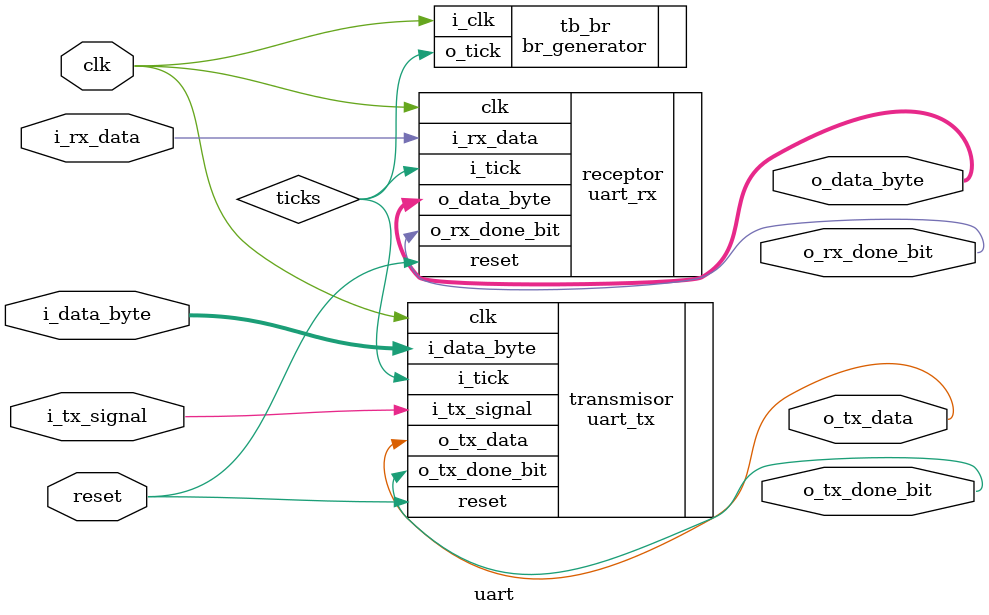
<source format=v>
module uart #(
    parameter   DATA_WIDTH  =   8,
                STOP_WIDTH  =   1
) 
(
    //INPUTS
    input       clk,
    input       reset,
    input       i_tx_signal,
    input       i_rx_data,
    input [DATA_WIDTH - 1:0]    i_data_byte,

    //OUTPUTS
    output [DATA_WIDTH - 1:0]   o_data_byte,
    output      o_rx_done_bit,
    output      o_tx_data,
    output      o_tx_done_bit
);

    br_generator tb_br (
    .i_clk(clk),
    .o_tick(ticks)
    );
    
    uart_tx transmisor (
        .clk(clk),
        .i_tick(ticks),
        .reset(reset),
        .i_data_byte(i_data_byte),
        .i_tx_signal(i_tx_signal),
        .o_tx_done_bit(o_tx_done_bit),
        .o_tx_data(o_tx_data)
    );

    uart_rx receptor (
        .clk(clk),
        .reset(reset),
        .i_tick(ticks),
        .i_rx_data(i_rx_data),
        .o_rx_done_bit(o_rx_done_bit),
        .o_data_byte(o_data_byte)
    );
      
endmodule
</source>
